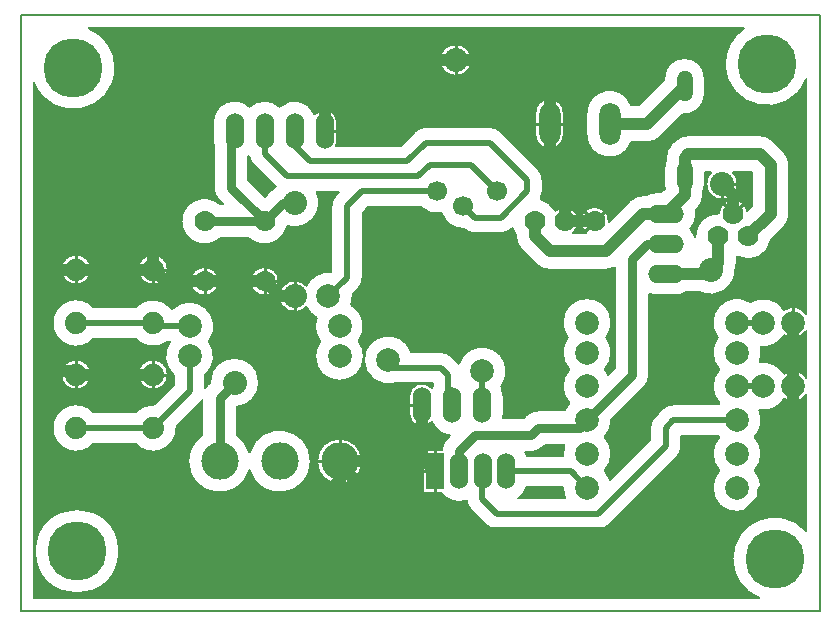
<source format=gbr>
G04 DesignSpark PCB Gerber Version 10.0 Build 5299*
%FSLAX35Y35*%
%MOIN*%
%ADD29O,0.05200X0.10400*%
%ADD21O,0.06000X0.12000*%
%ADD28O,0.07050X0.14101*%
%ADD22R,0.06000X0.12000*%
%ADD10C,0.00500*%
%ADD11C,0.01000*%
%ADD12C,0.02000*%
%ADD15C,0.03000*%
%ADD13C,0.04000*%
%ADD16C,0.06693*%
%ADD25C,0.07000*%
%ADD24C,0.07400*%
%ADD17C,0.07874*%
%ADD14C,0.08000*%
%ADD23C,0.12500*%
%ADD18C,0.19685*%
%ADD72O,0.12000X0.06000*%
X0Y0D02*
D02*
D10*
X7750Y10250D02*
X274000D01*
Y209000D01*
X7750D01*
Y10250D01*
X12187Y186383D02*
Y14687D01*
X253883D01*
G75*
G02*
X244970Y27750I5117J13063D01*
G01*
G75*
G02*
X269563Y36983I14030J0D01*
G01*
Y82369D01*
G75*
G02*
X262205Y81051I-4313J2881D01*
G01*
G75*
G02*
X253954Y77230I-6955J4199D01*
G01*
G75*
G02*
X252362Y68375I-7455J-3230D01*
G01*
G75*
G02*
Y57125I-5862J-5625D01*
G01*
G75*
G02*
X254624Y51500I-5862J-5625D01*
G01*
G75*
G02*
X238376I-8124J0D01*
G01*
G75*
G02*
X240638Y57125I8124J0D01*
G01*
G75*
G02*
Y68375I5862J5625D01*
G01*
G75*
G02*
X240247Y68813I5859J5626D01*
G01*
X227937D01*
Y65250D01*
G75*
G02*
X226415Y61580I-5187J0D01*
G01*
X203920Y39085D01*
G75*
G02*
X200250Y37563I-3670J3665D01*
G01*
X166500D01*
G75*
G02*
X162830Y39085I0J5187D01*
G01*
X157835Y44080D01*
G75*
G02*
X156346Y47168I3665J3670D01*
G01*
G75*
G02*
X148017Y49644I-2533J6726D01*
G01*
X141689D01*
Y64144D01*
X148017D01*
G75*
G02*
X148148Y64317I5796J-4250D01*
G01*
G75*
G02*
X149792Y67834I5665J-504D01*
G01*
X150804Y68847D01*
G75*
G02*
X144820Y73347I696J7153D01*
G01*
G75*
G02*
X137250Y76000I-3320J2653D01*
G01*
Y82000D01*
G75*
G02*
X144820Y84653I4250J0D01*
G01*
G75*
G02*
X145063Y85196I6678J-2653D01*
G01*
Y86313D01*
X132879D01*
G75*
G02*
X122126Y94000I-2629J7687D01*
G01*
G75*
G02*
X137917Y96687I8124J0D01*
G01*
X147750D01*
G75*
G02*
X151420Y95165I0J-5187D01*
G01*
X153786Y92799D01*
G75*
G02*
X169624Y90250I7714J-2549D01*
G01*
G75*
G02*
X167907Y85256I-8124J0D01*
G01*
G75*
G02*
X168687Y82000I-6407J-3256D01*
G01*
Y76000D01*
G75*
G02*
X168566Y74687I-7187J0D01*
G01*
X175394D01*
X176224Y75517D01*
G75*
G02*
X180250Y77187I4026J-4017D01*
G01*
X189027D01*
G75*
G02*
X190638Y79625I7473J-3187D01*
G01*
G75*
G02*
Y90875I5862J5625D01*
G01*
G75*
G02*
X190097Y101500I5862J5625D01*
G01*
G75*
G02*
X188376Y106500I6403J5000D01*
G01*
G75*
G02*
X204624I8124J0D01*
G01*
G75*
G02*
X202903Y101500I-8124J0D01*
G01*
G75*
G02*
X202362Y90875I-6403J-5000D01*
G01*
G75*
G02*
X203620Y89163I-5862J-5624D01*
G01*
X205813Y91356D01*
Y124874D01*
G75*
G02*
X202750Y124063I-3063J5376D01*
G01*
X184000D01*
G75*
G02*
X179622Y125878I0J6187D01*
G01*
X174628Y130872D01*
G75*
G02*
X172813Y135250I4372J4378D01*
G01*
Y135688D01*
G75*
G02*
X171635Y138049I6187J4562D01*
G01*
X171420Y137835D01*
G75*
G02*
X167750Y136313I-3670J3665D01*
G01*
X159000D01*
G75*
G02*
X155449Y137719I0J5187D01*
G01*
G75*
G02*
X148096Y142888I-199J7531D01*
G01*
G75*
G02*
X141037Y145063I-1596J7362D01*
G01*
X123648D01*
X121687Y143102D01*
Y121500D01*
G75*
G02*
X120165Y117830I-5187J0D01*
G01*
X118339Y116004D01*
G75*
G02*
X118374Y115250I-8091J-754D01*
G01*
G75*
G02*
X117857Y112400I-8124J0D01*
G01*
G75*
G02*
X120403Y100250I-3857J-7150D01*
G01*
G75*
G02*
X122124Y95250I-6403J-5000D01*
G01*
G75*
G02*
X105876I-8124J0D01*
G01*
G75*
G02*
X107597Y100250I8124J0D01*
G01*
G75*
G02*
X106393Y108100I6403J5000D01*
G01*
G75*
G02*
X102917Y111754I3857J7150D01*
G01*
G75*
G02*
X93750Y115250I-3917J3496D01*
G01*
G75*
G02*
X102917Y118746I5250J0D01*
G01*
G75*
G02*
X111004Y123339I7333J-3496D01*
G01*
X111313Y123648D01*
Y145250D01*
G75*
G02*
X112835Y148920I5187J0D01*
G01*
X113978Y150063D01*
X106371D01*
G75*
G02*
X96528Y138695I-7371J-3563D01*
G01*
G75*
G02*
X83828Y134563I-7528J1555D01*
G01*
X74172D01*
G75*
G02*
X61313Y140250I-5172J5687D01*
G01*
G75*
G02*
X74172Y145937I7687J0D01*
G01*
X75270D01*
X73729Y147479D01*
G75*
G02*
X72063Y151500I4021J4021D01*
G01*
Y165371D01*
G75*
G02*
X71813Y167250I6937J1879D01*
G01*
Y173250D01*
G75*
G02*
X84000Y178413I7187J0D01*
G01*
G75*
G02*
X94000I5000J-5163D01*
G01*
G75*
G02*
X105680Y175903I5000J-5163D01*
G01*
G75*
G02*
X113250Y173250I3320J-2653D01*
G01*
Y167250D01*
G75*
G02*
X112844Y165437I-4250J0D01*
G01*
X134352D01*
X139080Y170165D01*
G75*
G02*
X142750Y171687I3670J-3665D01*
G01*
X164000D01*
G75*
G02*
X167670Y170165I0J-5187D01*
G01*
X180165Y157670D01*
G75*
G02*
X181687Y154000I-3665J-3670D01*
G01*
Y150250D01*
G75*
G02*
X181001Y147672I-5187J0D01*
G01*
G75*
G02*
X185826Y143784I-2001J-7422D01*
G01*
G75*
G02*
X193750Y140250I3174J-3534D01*
G01*
G75*
G02*
X191833Y136437I-4750J0D01*
G01*
X196167D01*
G75*
G02*
X194250Y140250I2833J3813D01*
G01*
G75*
G02*
X203750I4750J0D01*
G01*
G75*
G02*
X203743Y139993I-4748J2D01*
G01*
X210872Y147122D01*
G75*
G02*
X215250Y148937I4378J-4372D01*
G01*
X216093D01*
G75*
G02*
X219750Y149937I3657J-6187D01*
G01*
X221187D01*
X222384Y151134D01*
G75*
G02*
X222213Y152652I6615J1517D01*
G01*
Y157848D01*
G75*
G02*
X222813Y160639I6787J0D01*
G01*
Y161500D01*
G75*
G02*
X224628Y165878I6187J0D01*
G01*
X225872Y167122D01*
G75*
G02*
X230250Y168937I4378J-4372D01*
G01*
X253993D01*
G75*
G02*
X258375Y167125I7J-6187D01*
G01*
X262125Y163375D01*
G75*
G02*
X263937Y159000I-4375J-4375D01*
G01*
G75*
G02*
Y158998I-2820J-1D01*
G01*
G75*
G02*
Y158993I-3256J-3D01*
G01*
Y142750D01*
G75*
G02*
X262122Y138372I-6187J0D01*
G01*
X257851Y134101D01*
G75*
G02*
X246437Y128575I-7601J1149D01*
G01*
Y126500D01*
G75*
G02*
X245938Y124067I-6187J0D01*
G01*
G75*
G02*
X245939Y124000I-8198J-82D01*
G01*
G75*
G02*
X234323Y116563I-8189J0D01*
G01*
X229407D01*
G75*
G02*
X225750Y115563I-3657J6187D01*
G01*
X219750D01*
G75*
G02*
X217187Y116035I0J7187D01*
G01*
Y89000D01*
G75*
G02*
X215521Y84979I-5687J0D01*
G01*
X204624Y74081D01*
G75*
G02*
X204624Y74000I-8138J-80D01*
G01*
G75*
G02*
X202362Y68375I-8124J0D01*
G01*
G75*
G02*
Y57125I-5862J-5625D01*
G01*
G75*
G02*
X204214Y54049I-5863J-5625D01*
G01*
X217563Y67398D01*
Y71500D01*
G75*
G02*
X219085Y75170I5187J0D01*
G01*
X221580Y77665D01*
G75*
G02*
X225250Y79187I3670J-3665D01*
G01*
X240247D01*
G75*
G02*
X240638Y79625I6256J-5188D01*
G01*
G75*
G02*
Y90875I5862J5625D01*
G01*
G75*
G02*
X240097Y101500I5862J5625D01*
G01*
G75*
G02*
X250875Y113345I6403J5000D01*
G01*
G75*
G02*
X262205Y110699I4375J-6845D01*
G01*
G75*
G02*
X269563Y109381I3045J-4199D01*
G01*
Y187633D01*
G75*
G02*
X242470Y192750I-13063J5117D01*
G01*
G75*
G02*
X248931Y204563I14030J0D01*
G01*
X30367D01*
G75*
G02*
X39280Y191500I-5117J-13063D01*
G01*
G75*
G02*
X12187Y186383I-14030J0D01*
G01*
X46850Y124150D02*
G75*
G02*
X56750I4950J0D01*
G01*
G75*
G02*
X46850I-4950J0D01*
G01*
X147500Y194000D02*
G75*
G02*
X158000I5250J0D01*
G01*
G75*
G02*
X147500I-5250J0D01*
G01*
X179224Y176274D02*
G75*
G02*
X188776I4776J0D01*
G01*
Y169226D01*
G75*
G02*
X179224I-4776J0D01*
G01*
Y176274D01*
X222213Y187848D02*
G75*
G02*
X235787I6787J0D01*
G01*
Y182652D01*
G75*
G02*
X228391Y175891I-6787J0D01*
G01*
X220878Y168378D01*
G75*
G02*
X216500Y166563I-4378J4372D01*
G01*
X211238D01*
G75*
G02*
X196287Y169226I-7238J2663D01*
G01*
Y176274D01*
G75*
G02*
X211238Y178937I7713J0D01*
G01*
X213937D01*
X222213Y187212D01*
Y187848D01*
X12470Y30250D02*
G75*
G02*
X40530I14030J0D01*
G01*
G75*
G02*
X12470I-14030J0D01*
G01*
X84000Y63239D02*
G75*
G02*
X104437Y60250I10000J-2989D01*
G01*
G75*
G02*
X84000Y57261I-10437J0D01*
G01*
G75*
G02*
X63563Y60250I-10000J2989D01*
G01*
G75*
G02*
X68313Y69002I10437J0D01*
G01*
Y80669D01*
G75*
G02*
X67665Y79880I-4313J2882D01*
G01*
X59669Y71883D01*
G75*
G02*
X59687Y71350I-7872J-534D01*
G01*
G75*
G02*
X45859Y66163I-7887J0D01*
G01*
X32141D01*
G75*
G02*
X18313Y71350I-5941J5187D01*
G01*
G75*
G02*
X32141Y76537I7887J0D01*
G01*
X45859D01*
G75*
G02*
X52333Y79219I5941J-5187D01*
G01*
X58813Y85698D01*
Y88997D01*
G75*
G02*
X57455Y100063I5187J6253D01*
G01*
X56562D01*
G75*
G02*
X45859Y101163I-4762J6287D01*
G01*
X32141D01*
G75*
G02*
X18313Y106350I-5941J5187D01*
G01*
G75*
G02*
X32141Y111537I7887J0D01*
G01*
X45859D01*
G75*
G02*
X58209Y110947I5941J-5187D01*
G01*
G75*
G02*
X70403Y100250I5791J-5697D01*
G01*
G75*
G02*
X69187Y88997I-6404J-5000D01*
G01*
Y84530D01*
G75*
G02*
X69979Y85521I4813J-3030D01*
G01*
X70814Y86357D01*
G75*
G02*
X70813Y86500I8180J139D01*
G01*
G75*
G02*
X87187I8187J0D01*
G01*
G75*
G02*
X79687Y78342I-8187J0D01*
G01*
Y69002D01*
G75*
G02*
X84000Y63239I-5687J-8752D01*
G01*
X46850Y89150D02*
G75*
G02*
X56750I4950J0D01*
G01*
G75*
G02*
X46850I-4950J0D01*
G01*
X21250D02*
G75*
G02*
X31150I4950J0D01*
G01*
G75*
G02*
X21250I-4950J0D01*
G01*
Y124150D02*
G75*
G02*
X31150I4950J0D01*
G01*
G75*
G02*
X21250I-4950J0D01*
G01*
X106500Y60250D02*
G75*
G02*
X121500I7500J0D01*
G01*
G75*
G02*
X106500I-7500J0D01*
G01*
X84250Y120250D02*
G75*
G02*
X93750I4750J0D01*
G01*
G75*
G02*
X84250I-4750J0D01*
G01*
X64250D02*
G75*
G02*
X73750I4750J0D01*
G01*
G75*
G02*
X64250I-4750J0D01*
G01*
X12437Y30250D02*
G36*
X12437Y30250D02*
Y14937D01*
X253285D01*
G75*
G02*
X244970Y27750I5715J12813D01*
G01*
G75*
G02*
X245195Y30250I14030J1D01*
G01*
X40530D01*
G75*
G02*
X12470I-14030J0D01*
G01*
X12437D01*
G37*
Y60250D02*
G36*
X12437Y60250D02*
Y30250D01*
X12470D01*
G75*
G02*
X40530I14030J0D01*
G01*
X245195D01*
G75*
G02*
X269313Y37261I13805J-2500D01*
G01*
Y60250D01*
X254230D01*
G75*
G02*
X252362Y57125I-7730J2501D01*
G01*
G75*
G02*
X254624Y51500I-5862J-5625D01*
G01*
Y51500D01*
G75*
G02*
X238376I-8124J0D01*
G01*
Y51500D01*
G75*
G02*
X240638Y57125I8124J0D01*
G01*
G75*
G02*
X238770Y60250I5862J5626D01*
G01*
X225085D01*
X203920Y39085D01*
G75*
G02*
X200250Y37563I-3671J3667D01*
G01*
X166500D01*
G75*
G02*
X162830Y39085I1J5188D01*
G01*
X157835Y44080D01*
G75*
G02*
X156346Y47168I3663J3669D01*
G01*
G75*
G02*
X148017Y49644I-2533J6726D01*
G01*
X141689D01*
Y60250D01*
X121500D01*
G75*
G02*
X106500I-7500J0D01*
G01*
X104437D01*
G75*
G02*
X84000Y57261I-10437J0D01*
G01*
G75*
G02*
X63563Y60250I-10000J2989D01*
G01*
X12437D01*
G37*
X202362Y57125D02*
G36*
X202362Y57125D02*
G75*
G02*
X204214Y54049I-5860J-5624D01*
G01*
X210415Y60250D01*
X204230D01*
G75*
G02*
X202362Y57125I-7730J2501D01*
G01*
G37*
X12437Y82025D02*
G36*
X12437Y82025D02*
Y60250D01*
X63563D01*
G75*
G02*
X68313Y69002I10438J0D01*
G01*
Y80669D01*
G75*
G02*
X67665Y79880I-4309J2879D01*
G01*
X59669Y71883D01*
G75*
G02*
X59687Y71350I-8200J-545D01*
G01*
G75*
G02*
X45859Y66163I-7887J0D01*
G01*
X32141D01*
G75*
G02*
X18313Y71350I-5941J5187D01*
G01*
G75*
G02*
X32141Y76537I7887J0D01*
G01*
X45859D01*
G75*
G02*
X52333Y79219I5941J-5187D01*
G01*
X55139Y82025D01*
X12437D01*
G37*
X79687Y78342D02*
G36*
X79687Y78342D02*
Y69002D01*
G75*
G02*
X84000Y63239I-5689J-8754D01*
G01*
G75*
G02*
X104437Y60250I10000J-2989D01*
G01*
X106500D01*
G75*
G02*
X121500I7500J0D01*
G01*
X141689D01*
Y64144D01*
X148017D01*
G75*
G02*
X148148Y64317I6709J-4941D01*
G01*
G75*
G02*
X149792Y67834I5665J-504D01*
G01*
X150804Y68847D01*
G75*
G02*
X144820Y73347I696J7153D01*
G01*
G75*
G02*
X137250Y76000I-3320J2652D01*
G01*
Y76000D01*
Y82000D01*
Y82000D01*
G75*
G02*
Y82025I4225J12D01*
G01*
X85856D01*
G75*
G02*
X79687Y78342I-6856J4475D01*
G01*
G37*
X168687Y76000D02*
G36*
X168687Y76000D02*
G75*
G02*
X168566Y74687I-7197J0D01*
G01*
X175394D01*
X176224Y75517D01*
G75*
G02*
X180250Y77187I4026J-4016D01*
G01*
X189027D01*
G75*
G02*
X190638Y79625I7469J-3184D01*
G01*
G75*
G02*
X189044Y82025I5862J5625D01*
G01*
X168687D01*
G75*
G02*
Y82000I-7214J-12D01*
G01*
Y76000D01*
G37*
X204624Y74000D02*
G36*
X204624Y74000D02*
G75*
G02*
X202362Y68375I-8124J0D01*
G01*
G75*
G02*
X204624Y62750I-5862J-5625D01*
G01*
G75*
G02*
X204230Y60250I-8126J0D01*
G01*
X210415D01*
X217563Y67398D01*
Y71500D01*
G75*
G02*
X219085Y75170I5188J-1D01*
G01*
X221580Y77665D01*
G75*
G02*
X225250Y79187I3671J-3667D01*
G01*
X240247D01*
G75*
G02*
X240638Y79625I6248J-5181D01*
G01*
G75*
G02*
X239044Y82025I5862J5625D01*
G01*
X212567D01*
X204624Y74081D01*
G75*
G02*
X204624Y74020I-4165J-57D01*
G01*
G75*
G02*
Y74000I-4219J-10D01*
G01*
G37*
X226415Y61580D02*
G36*
X226415Y61580D02*
X225085Y60250D01*
X238770D01*
G75*
G02*
X238376Y62750I7731J2500D01*
G01*
G75*
G02*
X240638Y68375I8124J0D01*
G01*
G75*
G02*
X240247Y68813I6040J5787D01*
G01*
X227937D01*
Y65250D01*
G75*
G02*
X226415Y61580I-5188J1D01*
G01*
G37*
X254624Y74000D02*
G36*
X254624Y74000D02*
G75*
G02*
X252362Y68375I-8124J0D01*
G01*
G75*
G02*
X254624Y62750I-5862J-5625D01*
G01*
G75*
G02*
X254230Y60250I-8126J0D01*
G01*
X269313D01*
Y82025D01*
X269313D01*
G75*
G02*
X262205Y81051I-4062J3225D01*
G01*
G75*
G02*
X253954Y77230I-6955J4199D01*
G01*
G75*
G02*
X254624Y74000I-7455J-3230D01*
G01*
G37*
X12437Y89150D02*
G36*
X12437Y89150D02*
Y82025D01*
X55139D01*
X58813Y85698D01*
Y88997D01*
G75*
G02*
X58634Y89150I5189J6253D01*
G01*
X56750D01*
G75*
G02*
X46850I-4950J0D01*
G01*
X31150D01*
G75*
G02*
X21250I-4950J0D01*
G01*
X12437D01*
G37*
X69187Y88997D02*
G36*
X69187Y88997D02*
Y84530D01*
G75*
G02*
X69979Y85521I4805J-3024D01*
G01*
X70814Y86357D01*
G75*
G02*
X70813Y86500I12874J178D01*
G01*
G75*
G02*
X71254Y89150I8187J0D01*
G01*
X69366D01*
G75*
G02*
X69187Y88997I-5368J6100D01*
G01*
G37*
X86746Y89150D02*
G36*
X86746Y89150D02*
G75*
G02*
X87187Y86500I-7747J-2650D01*
G01*
G75*
G02*
X85856Y82025I-8187J0D01*
G01*
X137250D01*
G75*
G02*
X144820Y84653I4250J-25D01*
G01*
G75*
G02*
X145063Y85196I6778J-2698D01*
G01*
Y86313D01*
X132879D01*
G75*
G02*
X123733Y89150I-2629J7687D01*
G01*
X119366D01*
G75*
G02*
X108634I-5366J6100D01*
G01*
X86746D01*
G37*
X167907Y85256D02*
G36*
X167907Y85256D02*
G75*
G02*
X168687Y82025I-6411J-3256D01*
G01*
X189044D01*
G75*
G02*
X188376Y85250I7457J3226D01*
G01*
G75*
G02*
X189373Y89150I8124J0D01*
G01*
X169549D01*
G75*
G02*
X167907Y85256I-8048J1099D01*
G01*
G37*
X215521Y84979D02*
G36*
X215521Y84979D02*
X212567Y82025D01*
X239044D01*
G75*
G02*
X238376Y85250I7457J3226D01*
G01*
G75*
G02*
X239373Y89150I8124J0D01*
G01*
X217187D01*
Y89000D01*
G75*
G02*
X215521Y84979I-5688J1D01*
G01*
G37*
X269313Y82025D02*
G36*
X269313Y82025D02*
X269313D01*
Y82026D01*
G75*
G02*
X269313Y82025I-4512J2256D01*
G01*
G37*
X12437Y124150D02*
G36*
X12437Y124150D02*
Y89150D01*
X21250D01*
G75*
G02*
X31150I4950J0D01*
G01*
X46850D01*
G75*
G02*
X56750I4950J0D01*
G01*
X58634D01*
G75*
G02*
X55876Y95250I5365J6100D01*
G01*
G75*
G02*
X57455Y100063I8124J0D01*
G01*
X56562D01*
G75*
G02*
X45859Y101163I-4762J6287D01*
G01*
X32141D01*
G75*
G02*
X18313Y106350I-5941J5187D01*
G01*
G75*
G02*
X32141Y111537I7887J0D01*
G01*
X45859D01*
G75*
G02*
X58209Y110947I5941J-5187D01*
G01*
G75*
G02*
X72124Y105250I5791J-5697D01*
G01*
G75*
G02*
X70403Y100250I-8124J0D01*
G01*
G75*
G02*
X72124Y95250I-6405J-5000D01*
G01*
G75*
G02*
X69366Y89150I-8125J0D01*
G01*
X71254D01*
G75*
G02*
X86746I7746J-2650D01*
G01*
X108634D01*
G75*
G02*
X105876Y95250I5366J6100D01*
G01*
Y95250D01*
G75*
G02*
X107597Y100250I8123J0D01*
G01*
G75*
G02*
X105876Y105250I6404J5000D01*
G01*
G75*
G02*
X106393Y108100I8125J0D01*
G01*
G75*
G02*
X102917Y111754I3858J7151D01*
G01*
G75*
G02*
X93750Y115250I-3917J3496D01*
G01*
Y115250D01*
Y115250D01*
G75*
G02*
X102917Y118746I5250J0D01*
G01*
G75*
G02*
X111004Y123339I7333J-3496D01*
G01*
X111313Y123648D01*
Y124150D01*
X91711D01*
G75*
G02*
X93750Y120250I-2711J-3900D01*
G01*
G75*
G02*
X84250I-4750J0D01*
G01*
G75*
G02*
X86289Y124150I4750J0D01*
G01*
X71711D01*
G75*
G02*
X73750Y120250I-2711J-3900D01*
G01*
G75*
G02*
X64250I-4750J0D01*
G01*
G75*
G02*
X66289Y124150I4750J0D01*
G01*
X56750D01*
G75*
G02*
X46850I-4950J0D01*
G01*
X31150D01*
G75*
G02*
X21250I-4950J0D01*
G01*
X12437D01*
G37*
X118374Y115250D02*
G36*
X118374Y115250D02*
G75*
G02*
X117857Y112400I-8131J2D01*
G01*
G75*
G02*
X122124Y105250I-3858J-7150D01*
G01*
G75*
G02*
X120403Y100250I-8124J0D01*
G01*
G75*
G02*
X122124Y95251I-6400J-4999D01*
G01*
G75*
G02*
Y95250I-9667J0D01*
G01*
G75*
G02*
X119366Y89150I-8124J0D01*
G01*
X123733D01*
G75*
G02*
X122126Y94000I6518J4850D01*
G01*
G75*
G02*
X137917Y96687I8124J0D01*
G01*
X147750D01*
G75*
G02*
X151420Y95165I-1J-5188D01*
G01*
X153786Y92799D01*
G75*
G02*
X169624Y90250I7714J-2549D01*
G01*
G75*
G02*
Y90249I-9023J0D01*
G01*
G75*
G02*
X169549Y89150I-8122J0D01*
G01*
X189373D01*
G75*
G02*
X190638Y90875I7128J-3900D01*
G01*
G75*
G02*
X188376Y96500I5862J5625D01*
G01*
G75*
G02*
X190097Y101500I8125J0D01*
G01*
G75*
G02*
X188376Y106499I6400J4999D01*
G01*
G75*
G02*
Y106500I9667J1D01*
G01*
G75*
G02*
X204624I8124J0D01*
G01*
Y106500D01*
G75*
G02*
X202903Y101500I-8123J0D01*
G01*
G75*
G02*
X204624Y96500I-6404J-5000D01*
G01*
G75*
G02*
X202362Y90875I-8124J0D01*
G01*
G75*
G02*
X203620Y89163I-5871J-5630D01*
G01*
X205813Y91356D01*
Y124150D01*
X203784D01*
G75*
G02*
X202750Y124063I-1034J6101D01*
G01*
X184000D01*
G75*
G02*
X182965Y124150I-1J6185D01*
G01*
X121687D01*
Y121500D01*
G75*
G02*
X120165Y117830I-5188J1D01*
G01*
X118339Y116004D01*
G75*
G02*
X118374Y115254I-7993J-749D01*
G01*
G75*
G02*
Y115250I-8004J-2D01*
G01*
G37*
X217187Y116035D02*
G36*
X217187Y116035D02*
Y89150D01*
X239373D01*
G75*
G02*
X240638Y90875I7128J-3900D01*
G01*
G75*
G02*
X238376Y96500I5862J5625D01*
G01*
G75*
G02*
X240097Y101500I8125J0D01*
G01*
G75*
G02*
X238376Y106500I6403J5000D01*
G01*
G75*
G02*
X250875Y113345I8124J0D01*
G01*
G75*
G02*
X262205Y110699I4375J-6845D01*
G01*
G75*
G02*
X269313Y109724I3045J-4198D01*
G01*
Y124150D01*
X245973D01*
G75*
G02*
X245938Y124067I-5724J2354D01*
G01*
G75*
G02*
X245939Y124017I-2783J-47D01*
G01*
G75*
G02*
Y124000I-2828J-8D01*
G01*
G75*
G02*
X234323Y116563I-8189J0D01*
G01*
X229407D01*
G75*
G02*
X225750Y115563I-3656J6183D01*
G01*
X219750D01*
G75*
G02*
X217187Y116035I-2J7176D01*
G01*
G37*
X12437Y172750D02*
G36*
X12437Y172750D02*
Y124150D01*
X21250D01*
G75*
G02*
X31150I4950J0D01*
G01*
X46850D01*
G75*
G02*
X56750I4950J0D01*
G01*
X66289D01*
G75*
G02*
X71711I2711J-3900D01*
G01*
X86289D01*
G75*
G02*
X91711I2711J-3900D01*
G01*
X111313D01*
Y145250D01*
G75*
G02*
X112835Y148920I5188J-1D01*
G01*
X113978Y150063D01*
X106371D01*
G75*
G02*
X107187Y146500I-7372J-3563D01*
G01*
G75*
G02*
X96528Y138695I-8187J0D01*
G01*
G75*
G02*
X83828Y134563I-7528J1555D01*
G01*
X74172D01*
G75*
G02*
X61313Y140250I-5172J5687D01*
G01*
G75*
G02*
X74172Y145937I7687J0D01*
G01*
X75270D01*
X73729Y147479D01*
G75*
G02*
X72063Y151500I4022J4022D01*
G01*
Y165371D01*
G75*
G02*
X71813Y167247I6914J1876D01*
G01*
G75*
G02*
Y167250I7846J2D01*
G01*
Y172750D01*
X12437D01*
G37*
X113250Y167250D02*
G36*
X113250Y167250D02*
G75*
G02*
X112844Y165437I-4255J1D01*
G01*
X134352D01*
X139080Y170165D01*
G75*
G02*
X142750Y171687I3671J-3667D01*
G01*
X164000D01*
G75*
G02*
X167670Y170165I-1J-5188D01*
G01*
X180165Y157670D01*
G75*
G02*
X181687Y154000I-3667J-3671D01*
G01*
Y150250D01*
G75*
G02*
X181001Y147672I-5189J0D01*
G01*
G75*
G02*
X185826Y143784I-2002J-7423D01*
G01*
G75*
G02*
X193750Y140250I3174J-3534D01*
G01*
Y140250D01*
G75*
G02*
X191833Y136437I-4750J0D01*
G01*
X196167D01*
G75*
G02*
X194250Y140250I2833J3813D01*
G01*
G75*
G02*
X203750I4750J0D01*
G01*
G75*
G02*
X203743Y139993I-5235J16D01*
G01*
X210872Y147122D01*
G75*
G02*
X215250Y148937I4377J-4369D01*
G01*
X216093D01*
G75*
G02*
X219750Y149937I3656J-6183D01*
G01*
X221187D01*
X222384Y151134D01*
G75*
G02*
X222213Y152649I6600J1515D01*
G01*
G75*
G02*
Y152652I7519J1D01*
G01*
Y157848D01*
G75*
G02*
X222813Y160639I6793J-1D01*
G01*
Y161500D01*
G75*
G02*
Y161501I6445J0D01*
G01*
G75*
G02*
X224628Y165878I6185J0D01*
G01*
X225872Y167122D01*
G75*
G02*
X230250Y168937I4377J-4369D01*
G01*
X253993D01*
G75*
G02*
X258375Y167125I6J-6188D01*
G01*
X262125Y163375D01*
G75*
G02*
X263937Y159001I-4373J-4374D01*
G01*
G75*
G02*
Y159000I-7519J0D01*
G01*
Y158998D01*
Y158993D01*
Y142750D01*
G75*
G02*
Y142749I-6445J0D01*
G01*
G75*
G02*
X262122Y138372I-6185J0D01*
G01*
X257851Y134101D01*
G75*
G02*
X246437Y128575I-7601J1149D01*
G01*
Y126500D01*
Y126500D01*
G75*
G02*
X245973Y124150I-6184J0D01*
G01*
X269313D01*
Y172750D01*
X225250D01*
X220878Y168378D01*
G75*
G02*
X216500Y166563I-4377J4369D01*
G01*
X211238D01*
G75*
G02*
X196287Y169226I-7238J2664D01*
G01*
Y172750D01*
X188776D01*
Y169226D01*
G75*
G02*
X179224I-4776J0D01*
G01*
Y172750D01*
X113250D01*
Y167250D01*
G37*
X121687Y143102D02*
G36*
X121687Y143102D02*
Y124150D01*
X182965D01*
G75*
G02*
X179622Y125878I1034J6098D01*
G01*
X174628Y130872D01*
G75*
G02*
X172813Y135249I4370J4377D01*
G01*
G75*
G02*
Y135250I6445J0D01*
G01*
Y135688D01*
G75*
G02*
X171635Y138049I6180J4559D01*
G01*
X171420Y137835D01*
G75*
G02*
X167750Y136313I-3671J3667D01*
G01*
X159000D01*
G75*
G02*
X155449Y137719I1J5189D01*
G01*
G75*
G02*
X148096Y142888I-199J7531D01*
G01*
G75*
G02*
X141037Y145063I-1596J7363D01*
G01*
X123648D01*
X121687Y143102D01*
G37*
X203784Y124150D02*
G36*
X203784Y124150D02*
X205813D01*
Y124874D01*
G75*
G02*
X203784Y124150I-3063J5376D01*
G01*
G37*
X12437Y185785D02*
G36*
X12437Y185785D02*
Y172750D01*
X71813D01*
Y173250D01*
G75*
G02*
X84000Y178413I7187J0D01*
G01*
G75*
G02*
X94000I5000J-5163D01*
G01*
G75*
G02*
X105680Y175903I5000J-5163D01*
G01*
G75*
G02*
X113250Y173250I3320J-2652D01*
G01*
Y173250D01*
Y172750D01*
X179224D01*
Y176274D01*
G75*
G02*
X188776I4776J0D01*
G01*
Y172750D01*
X196287D01*
Y176274D01*
G75*
G02*
X211238Y178937I7713J0D01*
G01*
X213937D01*
X222213Y187212D01*
Y187848D01*
G75*
G02*
X226132Y194000I6787J0D01*
G01*
X158000D01*
G75*
G02*
X147500I-5250J0D01*
G01*
X39055D01*
G75*
G02*
X39280Y191500I-13806J-2499D01*
G01*
G75*
G02*
X12437Y185785I-14030J0D01*
G01*
G37*
X228391Y175891D02*
G36*
X228391Y175891D02*
X225250Y172750D01*
X269313D01*
Y187035D01*
G75*
G02*
X242470Y192750I-12813J5715D01*
G01*
G75*
G02*
X242526Y194000I14031J-1D01*
G01*
X231868D01*
G75*
G02*
X235787Y187848I-2868J-6152D01*
G01*
Y182652D01*
Y182651D01*
G75*
G02*
X228391Y175891I-6787J0D01*
G01*
G37*
X30965Y204313D02*
G36*
X30965Y204313D02*
G75*
G02*
X39055Y194000I-5715J-12813D01*
G01*
X147500D01*
G75*
G02*
X158000I5250J0D01*
G01*
X226132D01*
G75*
G02*
X231868I2868J-6151D01*
G01*
X242526D01*
G75*
G02*
X248555Y204313I13974J-1250D01*
G01*
X30965D01*
G37*
X83437Y161596D02*
Y153856D01*
X89000Y148293D01*
X91229Y150521D01*
G75*
G02*
X92500Y151478I4021J-4022D01*
G01*
G75*
G02*
X92694Y151721I6507J-4980D01*
G01*
X85335Y159080D01*
G75*
G02*
X83872Y161967I3666J3670D01*
G01*
G75*
G02*
X83437Y161596I-4876J5284D01*
G01*
G36*
X83437Y161596D02*
Y153856D01*
X89000Y148293D01*
X91229Y150521D01*
G75*
G02*
X92500Y151478I4021J-4022D01*
G01*
G75*
G02*
X92694Y151721I6507J-4980D01*
G01*
X85335Y159080D01*
G75*
G02*
X83872Y161967I3666J3670D01*
G01*
G75*
G02*
X83437Y161596I-4876J5284D01*
G01*
G37*
X175883Y63313D02*
G75*
G02*
X176407Y62081I-6322J-3418D01*
G01*
X188404D01*
G75*
G02*
X188976Y65813I8096J669D01*
G01*
X182606D01*
X181776Y64983D01*
G75*
G02*
X177750Y63313I-4026J4017D01*
G01*
X175883D01*
G36*
X175883Y63313D02*
G75*
G02*
X176407Y62081I-6322J-3418D01*
G01*
X188404D01*
G75*
G02*
X188976Y65813I8096J669D01*
G01*
X182606D01*
X181776Y64983D01*
G75*
G02*
X177750Y63313I-4026J4017D01*
G01*
X175883D01*
G37*
X176407Y51707D02*
G75*
G02*
X173582Y47937I-6846J2187D01*
G01*
X189199D01*
G75*
G02*
X188376Y51500I7301J3563D01*
G01*
G75*
G02*
X188379Y51707I8129J-5D01*
G01*
X176407D01*
G36*
X176407Y51707D02*
G75*
G02*
X173582Y47937I-6846J2187D01*
G01*
X189199D01*
G75*
G02*
X188376Y51500I7301J3563D01*
G01*
G75*
G02*
X188379Y51707I8129J-5D01*
G01*
X176407D01*
G37*
X230913Y137750D02*
G75*
G02*
X232566Y135029I-5163J-5000D01*
G01*
G75*
G02*
X232563Y135250I7686J220D01*
G01*
G75*
G02*
X240504Y142933I7687J0D01*
G01*
G75*
G02*
X249912Y143661I4746J-183D01*
G01*
X251563Y145313D01*
Y156437D01*
X251437Y156563D01*
X245109D01*
G75*
G02*
X246750Y152750I-3609J-3813D01*
G01*
G75*
G02*
X236250I-5250J0D01*
G01*
G75*
G02*
X237891Y156563I5250J0D01*
G01*
X235787D01*
Y152652D01*
G75*
G02*
X235187Y149861I-6787J0D01*
G01*
Y149000D01*
G75*
G02*
X233372Y144622I-6187J0D01*
G01*
X232815Y144066D01*
G75*
G02*
X232937Y142750I-7065J-1317D01*
G01*
G75*
G02*
X230913Y137750I-7187J0D01*
G01*
G36*
X230913Y137750D02*
G75*
G02*
X232566Y135029I-5163J-5000D01*
G01*
G75*
G02*
X232563Y135250I7686J220D01*
G01*
G75*
G02*
X240504Y142933I7687J0D01*
G01*
G75*
G02*
X249912Y143661I4746J-183D01*
G01*
X251563Y145313D01*
Y156437D01*
X251437Y156563D01*
X245109D01*
G75*
G02*
X246750Y152750I-3609J-3813D01*
G01*
G75*
G02*
X236250I-5250J0D01*
G01*
G75*
G02*
X237891Y156563I5250J0D01*
G01*
X235787D01*
Y152652D01*
G75*
G02*
X235187Y149861I-6787J0D01*
G01*
Y149000D01*
G75*
G02*
X233372Y144622I-6187J0D01*
G01*
X232815Y144066D01*
G75*
G02*
X232937Y142750I-7065J-1317D01*
G01*
G75*
G02*
X230913Y137750I-7187J0D01*
G01*
G37*
X254394Y98421D02*
G75*
G02*
X253954Y93270I-7894J-1921D01*
G01*
G75*
G02*
X262205Y89449I1296J-8020D01*
G01*
G75*
G02*
X269563Y88131I3045J-4199D01*
G01*
Y103619D01*
G75*
G02*
X262205Y102301I-4313J2881D01*
G01*
G75*
G02*
X254394Y98421I-6955J4199D01*
G01*
G36*
X254394Y98421D02*
G75*
G02*
X253954Y93270I-7894J-1921D01*
G01*
G75*
G02*
X262205Y89449I1296J-8020D01*
G01*
G75*
G02*
X269563Y88131I3045J-4199D01*
G01*
Y103619D01*
G75*
G02*
X262205Y102301I-4313J2881D01*
G01*
G75*
G02*
X254394Y98421I-6955J4199D01*
G01*
G37*
D02*
D11*
X23000Y89150D02*
X21000D01*
X23000Y124150D02*
X21000D01*
X26200Y85950D02*
Y83950D01*
Y92350D02*
Y94350D01*
Y120950D02*
Y118950D01*
Y127350D02*
Y129350D01*
X29400Y89150D02*
X31400D01*
X29400Y124150D02*
X31400D01*
X48600Y89150D02*
X46600D01*
X48600Y124150D02*
X46600D01*
X51800Y85950D02*
Y83950D01*
Y92350D02*
Y94350D01*
Y120950D02*
Y118950D01*
Y127350D02*
Y129350D01*
X55000Y89150D02*
X57000D01*
X55000Y124150D02*
X57000D01*
X66000Y120250D02*
X64000D01*
X69000Y117250D02*
Y115250D01*
Y123250D02*
Y125250D01*
X72000Y120250D02*
X74000D01*
X86000D02*
X84000D01*
X89000Y117250D02*
Y115250D01*
Y123250D02*
Y125250D01*
X92000Y120250D02*
X94000D01*
X95500Y115250D02*
X93500D01*
X99000Y111750D02*
Y109750D01*
Y118750D02*
Y120750D01*
X108250Y60250D02*
X106250D01*
X109000Y175750D02*
Y177750D01*
X111500Y170250D02*
X113500D01*
X114000Y54500D02*
Y52500D01*
Y66000D02*
Y68000D01*
X119750Y60250D02*
X121750D01*
X139000Y79000D02*
X137000D01*
X141500Y73500D02*
Y71500D01*
X143439Y56894D02*
X141439D01*
X145939Y51394D02*
Y49394D01*
Y62394D02*
Y64394D01*
X149250Y194000D02*
X147250D01*
X152750Y190500D02*
Y188500D01*
Y197500D02*
Y199500D01*
X156250Y194000D02*
X158250D01*
X180975Y172750D02*
X178976D01*
X184000Y166200D02*
Y164203D01*
Y179300D02*
Y181297D01*
X187025Y172750D02*
X189024D01*
X189000Y143250D02*
Y145250D01*
X192000Y140250D02*
X194000D01*
X196879Y138129D02*
X195465Y136715D01*
X196879Y142371D02*
X195465Y143785D01*
X201121Y142371D02*
X202535Y143785D01*
X241500Y149250D02*
Y147250D01*
X243129Y144871D02*
X241715Y146285D01*
X245000Y152750D02*
X247000D01*
X247371Y144871D02*
X248785Y146285D01*
X265250Y81813D02*
Y79813D01*
Y88687D02*
Y90687D01*
Y103063D02*
Y101063D01*
Y109937D02*
Y111937D01*
D02*
D12*
X26200Y71350D02*
X51800D01*
Y106350D02*
X26200D01*
X64000Y95250D02*
Y83550D01*
X51800Y71350D01*
X64000Y105250D02*
X52900D01*
X51800Y106350D01*
X89000Y170250D02*
Y162750D01*
X96500Y155250D01*
X140250D01*
X144000Y159000D01*
X157750D01*
X166500Y150250D01*
X99000Y170250D02*
Y165250D01*
X104000Y160250D01*
X136500D01*
X142750Y166500D01*
X164000D01*
X176500Y154000D01*
Y150250D01*
X167750Y141500D01*
X159000D01*
X155250Y145250D01*
X130250Y94000D02*
Y92750D01*
X131500Y91500D01*
X147750D01*
X150250Y89000D01*
Y80250D01*
X151500Y79000D01*
X146500Y150250D02*
X121500D01*
X116500Y145250D01*
Y121500D01*
X110250Y115250D01*
X161500Y90250D02*
Y79000D01*
X169561Y56894D02*
X191106D01*
X196500Y51500D01*
X246500Y74000D02*
X225250D01*
X222750Y71500D01*
Y65250D01*
X200250Y42750D01*
X166500D01*
X161500Y47750D01*
Y56707D01*
X161687Y56894D01*
X246500Y85250D02*
X255250D01*
X246500Y106500D02*
X255250D01*
D02*
D13*
X15250Y95250D02*
Y67750D01*
X26500Y56500D01*
X55250D01*
X66500Y45250D01*
X105250D01*
X114000Y54000D01*
Y60250D01*
X15250Y95250D02*
X20250Y90250D01*
X25100D01*
X26200Y89150D01*
X51800D01*
X26200Y124150D02*
X20400D01*
X15250Y119000D01*
Y95250D01*
X51800Y124150D02*
Y168050D01*
X67750Y184000D01*
X106500D01*
X109000Y181500D01*
X51800Y124150D02*
X26200D01*
X69000Y120250D02*
X55700D01*
X51800Y124150D01*
X89000Y120250D02*
X69000D01*
X99000Y115250D02*
X94000D01*
X89000Y120250D01*
X109000Y170250D02*
Y181500D01*
Y186500D01*
X116500Y194000D01*
X152750D01*
X114000Y60250D02*
Y59000D01*
X136500Y36500D01*
X244000D01*
X255250Y47750D01*
Y50250D01*
X265250Y60250D01*
Y85250D01*
X114000Y60250D02*
X142583D01*
X145939Y56894D01*
X141500Y79000D02*
Y61333D01*
X145939Y56894D01*
X179000Y140250D02*
Y135250D01*
X184000Y130250D01*
X202750D01*
X215250Y142750D01*
X222750D01*
X184000Y172750D02*
Y156500D01*
X189000D01*
Y140250D01*
X184000Y172750D02*
Y185250D01*
X175250Y194000D01*
X152750D01*
X199000Y140250D02*
X189000D01*
X204000Y172750D02*
X216500D01*
X229000Y185250D01*
Y155250D02*
Y149000D01*
X222750Y142750D01*
X237750Y124000D02*
X236500Y122750D01*
X222750D01*
X240250Y135250D02*
Y126500D01*
X237750Y124000D01*
X245250Y142750D02*
Y149000D01*
X241500Y152750D01*
X250250Y135250D02*
X257750Y142750D01*
Y159000D01*
X254000Y162750D01*
X230250D01*
X229000Y161500D01*
Y155250D01*
X265250Y106500D02*
Y85250D01*
D02*
D14*
X79000Y86500D03*
X99000Y115250D03*
Y146500D03*
X152750Y194000D03*
X237750Y124000D03*
X241500Y152750D03*
D02*
D15*
X74000Y60250D02*
Y81500D01*
X79000Y86500D01*
Y170250D02*
Y169000D01*
X77750Y167750D01*
Y151500D01*
X89000Y140250D01*
X69000D01*
X99000Y146500D02*
X95250D01*
X89000Y140250D01*
X153813Y56894D02*
Y63813D01*
X159000Y69000D01*
X177750D01*
X180250Y71500D01*
X194000D01*
X196500Y74000D01*
X222750Y132750D02*
X216500D01*
X211500Y127750D01*
Y89000D01*
X196500Y74000D01*
D02*
D16*
X146500Y150250D03*
X155250Y145250D03*
X166500Y150250D03*
D02*
D17*
X64000Y95250D03*
Y105250D03*
X110250Y115250D03*
X114000Y95250D03*
Y105250D03*
X130250Y94000D03*
X161500Y90250D03*
X196500Y51500D03*
Y62750D03*
Y74000D03*
Y85250D03*
Y96500D03*
Y106500D03*
X246500Y51500D03*
Y62750D03*
Y74000D03*
Y85250D03*
Y96500D03*
Y106500D03*
X255250Y85250D03*
Y106500D03*
X265250Y85250D03*
Y106500D03*
D02*
D18*
X25250Y191500D03*
X26500Y30250D03*
X256500Y192750D03*
X259000Y27750D03*
D02*
D21*
X79000Y170250D03*
X89000D03*
X99000D03*
X109000D03*
X141500Y79000D03*
X151500D03*
X153813Y56894D03*
X161500Y79000D03*
X161687Y56894D03*
X169561D03*
D02*
D22*
X145939D03*
D02*
D23*
X74000Y60250D03*
X94000D03*
X114000D03*
D02*
D24*
X26200Y71350D03*
Y89150D03*
Y106350D03*
Y124150D03*
X51800Y71350D03*
Y89150D03*
Y106350D03*
Y124150D03*
D02*
D25*
X69000Y120250D03*
Y140250D03*
X89000Y120250D03*
Y140250D03*
X179000D03*
X189000D03*
X199000D03*
X240250Y135250D03*
X245250Y142750D03*
X250250Y135250D03*
D02*
D28*
X184000Y172750D03*
X204000D03*
D02*
D29*
X229000Y155250D03*
Y185250D03*
D02*
D72*
X222750Y122750D03*
Y132750D03*
Y142750D03*
X0Y0D02*
M02*

</source>
